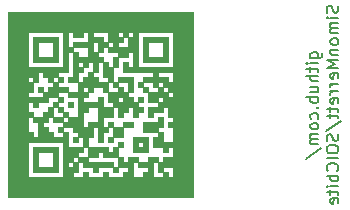
<source format=gbr>
G04 #@! TF.GenerationSoftware,KiCad,Pcbnew,5.0.2-bee76a0~70~ubuntu18.04.1*
G04 #@! TF.CreationDate,2019-08-02T17:52:02+01:00*
G04 #@! TF.ProjectId,UART_plain,55415254-5f70-46c6-9169-6e2e6b696361,rev?*
G04 #@! TF.SameCoordinates,Original*
G04 #@! TF.FileFunction,Legend,Bot*
G04 #@! TF.FilePolarity,Positive*
%FSLAX46Y46*%
G04 Gerber Fmt 4.6, Leading zero omitted, Abs format (unit mm)*
G04 Created by KiCad (PCBNEW 5.0.2-bee76a0~70~ubuntu18.04.1) date Fri 02 Aug 2019 17:52:02 BST*
%MOMM*%
%LPD*%
G01*
G04 APERTURE LIST*
%ADD10C,0.200000*%
%ADD11C,0.010000*%
G04 APERTURE END LIST*
D10*
X137935714Y-91823809D02*
X138745238Y-91823809D01*
X138840476Y-91776190D01*
X138888095Y-91728571D01*
X138935714Y-91633333D01*
X138935714Y-91490476D01*
X138888095Y-91395238D01*
X138554761Y-91823809D02*
X138602380Y-91728571D01*
X138602380Y-91538095D01*
X138554761Y-91442857D01*
X138507142Y-91395238D01*
X138411904Y-91347619D01*
X138126190Y-91347619D01*
X138030952Y-91395238D01*
X137983333Y-91442857D01*
X137935714Y-91538095D01*
X137935714Y-91728571D01*
X137983333Y-91823809D01*
X138602380Y-92300000D02*
X137935714Y-92300000D01*
X137602380Y-92300000D02*
X137650000Y-92252380D01*
X137697619Y-92300000D01*
X137650000Y-92347619D01*
X137602380Y-92300000D01*
X137697619Y-92300000D01*
X137935714Y-92633333D02*
X137935714Y-93014285D01*
X137602380Y-92776190D02*
X138459523Y-92776190D01*
X138554761Y-92823809D01*
X138602380Y-92919047D01*
X138602380Y-93014285D01*
X138602380Y-93347619D02*
X137602380Y-93347619D01*
X138602380Y-93776190D02*
X138078571Y-93776190D01*
X137983333Y-93728571D01*
X137935714Y-93633333D01*
X137935714Y-93490476D01*
X137983333Y-93395238D01*
X138030952Y-93347619D01*
X137935714Y-94680952D02*
X138602380Y-94680952D01*
X137935714Y-94252380D02*
X138459523Y-94252380D01*
X138554761Y-94300000D01*
X138602380Y-94395238D01*
X138602380Y-94538095D01*
X138554761Y-94633333D01*
X138507142Y-94680952D01*
X138602380Y-95157142D02*
X137602380Y-95157142D01*
X137983333Y-95157142D02*
X137935714Y-95252380D01*
X137935714Y-95442857D01*
X137983333Y-95538095D01*
X138030952Y-95585714D01*
X138126190Y-95633333D01*
X138411904Y-95633333D01*
X138507142Y-95585714D01*
X138554761Y-95538095D01*
X138602380Y-95442857D01*
X138602380Y-95252380D01*
X138554761Y-95157142D01*
X138507142Y-96061904D02*
X138554761Y-96109523D01*
X138602380Y-96061904D01*
X138554761Y-96014285D01*
X138507142Y-96061904D01*
X138602380Y-96061904D01*
X138554761Y-96966666D02*
X138602380Y-96871428D01*
X138602380Y-96680952D01*
X138554761Y-96585714D01*
X138507142Y-96538095D01*
X138411904Y-96490476D01*
X138126190Y-96490476D01*
X138030952Y-96538095D01*
X137983333Y-96585714D01*
X137935714Y-96680952D01*
X137935714Y-96871428D01*
X137983333Y-96966666D01*
X138602380Y-97538095D02*
X138554761Y-97442857D01*
X138507142Y-97395238D01*
X138411904Y-97347619D01*
X138126190Y-97347619D01*
X138030952Y-97395238D01*
X137983333Y-97442857D01*
X137935714Y-97538095D01*
X137935714Y-97680952D01*
X137983333Y-97776190D01*
X138030952Y-97823809D01*
X138126190Y-97871428D01*
X138411904Y-97871428D01*
X138507142Y-97823809D01*
X138554761Y-97776190D01*
X138602380Y-97680952D01*
X138602380Y-97538095D01*
X138602380Y-98300000D02*
X137935714Y-98300000D01*
X138030952Y-98300000D02*
X137983333Y-98347619D01*
X137935714Y-98442857D01*
X137935714Y-98585714D01*
X137983333Y-98680952D01*
X138078571Y-98728571D01*
X138602380Y-98728571D01*
X138078571Y-98728571D02*
X137983333Y-98776190D01*
X137935714Y-98871428D01*
X137935714Y-99014285D01*
X137983333Y-99109523D01*
X138078571Y-99157142D01*
X138602380Y-99157142D01*
X137554761Y-100347619D02*
X138840476Y-99490476D01*
X140254761Y-87419047D02*
X140302380Y-87561904D01*
X140302380Y-87800000D01*
X140254761Y-87895238D01*
X140207142Y-87942857D01*
X140111904Y-87990476D01*
X140016666Y-87990476D01*
X139921428Y-87942857D01*
X139873809Y-87895238D01*
X139826190Y-87800000D01*
X139778571Y-87609523D01*
X139730952Y-87514285D01*
X139683333Y-87466666D01*
X139588095Y-87419047D01*
X139492857Y-87419047D01*
X139397619Y-87466666D01*
X139350000Y-87514285D01*
X139302380Y-87609523D01*
X139302380Y-87847619D01*
X139350000Y-87990476D01*
X140302380Y-88419047D02*
X139635714Y-88419047D01*
X139302380Y-88419047D02*
X139350000Y-88371428D01*
X139397619Y-88419047D01*
X139350000Y-88466666D01*
X139302380Y-88419047D01*
X139397619Y-88419047D01*
X140302380Y-88895238D02*
X139635714Y-88895238D01*
X139730952Y-88895238D02*
X139683333Y-88942857D01*
X139635714Y-89038095D01*
X139635714Y-89180952D01*
X139683333Y-89276190D01*
X139778571Y-89323809D01*
X140302380Y-89323809D01*
X139778571Y-89323809D02*
X139683333Y-89371428D01*
X139635714Y-89466666D01*
X139635714Y-89609523D01*
X139683333Y-89704761D01*
X139778571Y-89752380D01*
X140302380Y-89752380D01*
X140302380Y-90371428D02*
X140254761Y-90276190D01*
X140207142Y-90228571D01*
X140111904Y-90180952D01*
X139826190Y-90180952D01*
X139730952Y-90228571D01*
X139683333Y-90276190D01*
X139635714Y-90371428D01*
X139635714Y-90514285D01*
X139683333Y-90609523D01*
X139730952Y-90657142D01*
X139826190Y-90704761D01*
X140111904Y-90704761D01*
X140207142Y-90657142D01*
X140254761Y-90609523D01*
X140302380Y-90514285D01*
X140302380Y-90371428D01*
X139635714Y-91133333D02*
X140302380Y-91133333D01*
X139730952Y-91133333D02*
X139683333Y-91180952D01*
X139635714Y-91276190D01*
X139635714Y-91419047D01*
X139683333Y-91514285D01*
X139778571Y-91561904D01*
X140302380Y-91561904D01*
X140302380Y-92038095D02*
X139302380Y-92038095D01*
X140016666Y-92371428D01*
X139302380Y-92704761D01*
X140302380Y-92704761D01*
X140254761Y-93561904D02*
X140302380Y-93466666D01*
X140302380Y-93276190D01*
X140254761Y-93180952D01*
X140159523Y-93133333D01*
X139778571Y-93133333D01*
X139683333Y-93180952D01*
X139635714Y-93276190D01*
X139635714Y-93466666D01*
X139683333Y-93561904D01*
X139778571Y-93609523D01*
X139873809Y-93609523D01*
X139969047Y-93133333D01*
X140302380Y-94038095D02*
X139635714Y-94038095D01*
X139826190Y-94038095D02*
X139730952Y-94085714D01*
X139683333Y-94133333D01*
X139635714Y-94228571D01*
X139635714Y-94323809D01*
X140302380Y-94657142D02*
X139635714Y-94657142D01*
X139826190Y-94657142D02*
X139730952Y-94704761D01*
X139683333Y-94752380D01*
X139635714Y-94847619D01*
X139635714Y-94942857D01*
X140254761Y-95657142D02*
X140302380Y-95561904D01*
X140302380Y-95371428D01*
X140254761Y-95276190D01*
X140159523Y-95228571D01*
X139778571Y-95228571D01*
X139683333Y-95276190D01*
X139635714Y-95371428D01*
X139635714Y-95561904D01*
X139683333Y-95657142D01*
X139778571Y-95704761D01*
X139873809Y-95704761D01*
X139969047Y-95228571D01*
X139635714Y-95990476D02*
X139635714Y-96371428D01*
X139302380Y-96133333D02*
X140159523Y-96133333D01*
X140254761Y-96180952D01*
X140302380Y-96276190D01*
X140302380Y-96371428D01*
X139635714Y-96561904D02*
X139635714Y-96942857D01*
X139302380Y-96704761D02*
X140159523Y-96704761D01*
X140254761Y-96752380D01*
X140302380Y-96847619D01*
X140302380Y-96942857D01*
X139254761Y-97990476D02*
X140540476Y-97133333D01*
X140254761Y-98276190D02*
X140302380Y-98419047D01*
X140302380Y-98657142D01*
X140254761Y-98752380D01*
X140207142Y-98800000D01*
X140111904Y-98847619D01*
X140016666Y-98847619D01*
X139921428Y-98800000D01*
X139873809Y-98752380D01*
X139826190Y-98657142D01*
X139778571Y-98466666D01*
X139730952Y-98371428D01*
X139683333Y-98323809D01*
X139588095Y-98276190D01*
X139492857Y-98276190D01*
X139397619Y-98323809D01*
X139350000Y-98371428D01*
X139302380Y-98466666D01*
X139302380Y-98704761D01*
X139350000Y-98847619D01*
X139302380Y-99466666D02*
X139302380Y-99657142D01*
X139350000Y-99752380D01*
X139445238Y-99847619D01*
X139635714Y-99895238D01*
X139969047Y-99895238D01*
X140159523Y-99847619D01*
X140254761Y-99752380D01*
X140302380Y-99657142D01*
X140302380Y-99466666D01*
X140254761Y-99371428D01*
X140159523Y-99276190D01*
X139969047Y-99228571D01*
X139635714Y-99228571D01*
X139445238Y-99276190D01*
X139350000Y-99371428D01*
X139302380Y-99466666D01*
X140302380Y-100323809D02*
X139302380Y-100323809D01*
X140207142Y-101371428D02*
X140254761Y-101323809D01*
X140302380Y-101180952D01*
X140302380Y-101085714D01*
X140254761Y-100942857D01*
X140159523Y-100847619D01*
X140064285Y-100800000D01*
X139873809Y-100752380D01*
X139730952Y-100752380D01*
X139540476Y-100800000D01*
X139445238Y-100847619D01*
X139350000Y-100942857D01*
X139302380Y-101085714D01*
X139302380Y-101180952D01*
X139350000Y-101323809D01*
X139397619Y-101371428D01*
X140302380Y-101800000D02*
X139302380Y-101800000D01*
X139683333Y-101800000D02*
X139635714Y-101895238D01*
X139635714Y-102085714D01*
X139683333Y-102180952D01*
X139730952Y-102228571D01*
X139826190Y-102276190D01*
X140111904Y-102276190D01*
X140207142Y-102228571D01*
X140254761Y-102180952D01*
X140302380Y-102085714D01*
X140302380Y-101895238D01*
X140254761Y-101800000D01*
X140302380Y-102704761D02*
X139635714Y-102704761D01*
X139302380Y-102704761D02*
X139350000Y-102657142D01*
X139397619Y-102704761D01*
X139350000Y-102752380D01*
X139302380Y-102704761D01*
X139397619Y-102704761D01*
X139635714Y-103038095D02*
X139635714Y-103419047D01*
X139302380Y-103180952D02*
X140159523Y-103180952D01*
X140254761Y-103228571D01*
X140302380Y-103323809D01*
X140302380Y-103419047D01*
X140254761Y-104133333D02*
X140302380Y-104038095D01*
X140302380Y-103847619D01*
X140254761Y-103752380D01*
X140159523Y-103704761D01*
X139778571Y-103704761D01*
X139683333Y-103752380D01*
X139635714Y-103847619D01*
X139635714Y-104038095D01*
X139683333Y-104133333D01*
X139778571Y-104180952D01*
X139873809Y-104180952D01*
X139969047Y-103704761D01*
D11*
G04 #@! TO.C,G\002A\002A\002A*
G36*
X116601667Y-101515000D02*
X116601667Y-99398334D01*
X114908334Y-99398334D01*
X114908334Y-99821667D01*
X116178334Y-99821667D01*
X116178334Y-101091667D01*
X114908334Y-101091667D01*
X114908334Y-99821667D01*
X114908334Y-99398334D01*
X114485000Y-99398334D01*
X114485000Y-101515000D01*
X116601667Y-101515000D01*
X116601667Y-101515000D01*
G37*
X116601667Y-101515000D02*
X116601667Y-99398334D01*
X114908334Y-99398334D01*
X114908334Y-99821667D01*
X116178334Y-99821667D01*
X116178334Y-101091667D01*
X114908334Y-101091667D01*
X114908334Y-99821667D01*
X114908334Y-99398334D01*
X114485000Y-99398334D01*
X114485000Y-101515000D01*
X116601667Y-101515000D01*
G36*
X116601667Y-92201667D02*
X116601667Y-90085000D01*
X114908334Y-90085000D01*
X114908334Y-90508334D01*
X116178334Y-90508334D01*
X116178334Y-91778334D01*
X114908334Y-91778334D01*
X114908334Y-90508334D01*
X114908334Y-90085000D01*
X114485000Y-90085000D01*
X114485000Y-92201667D01*
X116601667Y-92201667D01*
X116601667Y-92201667D01*
G37*
X116601667Y-92201667D02*
X116601667Y-90085000D01*
X114908334Y-90085000D01*
X114908334Y-90508334D01*
X116178334Y-90508334D01*
X116178334Y-91778334D01*
X114908334Y-91778334D01*
X114908334Y-90508334D01*
X114908334Y-90085000D01*
X114485000Y-90085000D01*
X114485000Y-92201667D01*
X116601667Y-92201667D01*
G36*
X115331667Y-94741667D02*
X115331667Y-94318334D01*
X114908334Y-94318334D01*
X114908334Y-94741667D01*
X115331667Y-94741667D01*
X115331667Y-94741667D01*
G37*
X115331667Y-94741667D02*
X115331667Y-94318334D01*
X114908334Y-94318334D01*
X114908334Y-94741667D01*
X115331667Y-94741667D01*
G36*
X117025000Y-93895000D02*
X117025000Y-93471667D01*
X116601667Y-93471667D01*
X116601667Y-93895000D01*
X117025000Y-93895000D01*
X117025000Y-93895000D01*
G37*
X117025000Y-93895000D02*
X117025000Y-93471667D01*
X116601667Y-93471667D01*
X116601667Y-93895000D01*
X117025000Y-93895000D01*
G36*
X117871667Y-96011667D02*
X117871667Y-95588334D01*
X117448334Y-95588334D01*
X117448334Y-96011667D01*
X117871667Y-96011667D01*
X117871667Y-96011667D01*
G37*
X117871667Y-96011667D02*
X117871667Y-95588334D01*
X117448334Y-95588334D01*
X117448334Y-96011667D01*
X117871667Y-96011667D01*
G36*
X117871667Y-97705000D02*
X117871667Y-98128334D01*
X118295000Y-98128334D01*
X118295000Y-98551667D01*
X118718334Y-98551667D01*
X118718334Y-99398334D01*
X119141667Y-99398334D01*
X119141667Y-98551667D01*
X119565000Y-98551667D01*
X119565000Y-97705000D01*
X119988334Y-97705000D01*
X119988334Y-98975000D01*
X120411667Y-98975000D01*
X120411667Y-98128334D01*
X120835000Y-98128334D01*
X120835000Y-97705000D01*
X120411667Y-97705000D01*
X120411667Y-96858334D01*
X121258334Y-96858334D01*
X121258334Y-96011667D01*
X121681667Y-96011667D01*
X121681667Y-96858334D01*
X122105000Y-96858334D01*
X122105000Y-96435000D01*
X122528334Y-96435000D01*
X122528334Y-96011667D01*
X122951667Y-96011667D01*
X122951667Y-96858334D01*
X123375000Y-96858334D01*
X123375000Y-96435000D01*
X123798334Y-96435000D01*
X123798334Y-96011667D01*
X123375000Y-96011667D01*
X123375000Y-95588334D01*
X122951667Y-95588334D01*
X122951667Y-95165000D01*
X122528334Y-95165000D01*
X122528334Y-94741667D01*
X122951667Y-94741667D01*
X122951667Y-93471667D01*
X121681667Y-93471667D01*
X121681667Y-93895000D01*
X122528334Y-93895000D01*
X122528334Y-94741667D01*
X122105000Y-94741667D01*
X122105000Y-94318334D01*
X121681667Y-94318334D01*
X121681667Y-93895000D01*
X121258334Y-93895000D01*
X121258334Y-94318334D01*
X121681667Y-94318334D01*
X121681667Y-94741667D01*
X121681667Y-95165000D01*
X122105000Y-95165000D01*
X122105000Y-95588334D01*
X121681667Y-95588334D01*
X121681667Y-95165000D01*
X121681667Y-94741667D01*
X120835000Y-94741667D01*
X120835000Y-93895000D01*
X119988334Y-93895000D01*
X119988334Y-93471667D01*
X119565000Y-93471667D01*
X119565000Y-94318334D01*
X120411667Y-94318334D01*
X120411667Y-94741667D01*
X120835000Y-94741667D01*
X120835000Y-95588334D01*
X121258334Y-95588334D01*
X121258334Y-96011667D01*
X120411667Y-96011667D01*
X120411667Y-95165000D01*
X119988334Y-95165000D01*
X119988334Y-95588334D01*
X119141667Y-95588334D01*
X119141667Y-96011667D01*
X119988334Y-96011667D01*
X119988334Y-97281667D01*
X119141667Y-97281667D01*
X119141667Y-97705000D01*
X118718334Y-97705000D01*
X118718334Y-96435000D01*
X119141667Y-96435000D01*
X119141667Y-96011667D01*
X119141667Y-95588334D01*
X118718334Y-95588334D01*
X118718334Y-95165000D01*
X119141667Y-95165000D01*
X119141667Y-94741667D01*
X119565000Y-94741667D01*
X119565000Y-94318334D01*
X119565000Y-93471667D01*
X119565000Y-93048334D01*
X119141667Y-93048334D01*
X119141667Y-93471667D01*
X118718334Y-93471667D01*
X118718334Y-93895000D01*
X118718334Y-94318334D01*
X119141667Y-94318334D01*
X119141667Y-94741667D01*
X118718334Y-94741667D01*
X118718334Y-94318334D01*
X118718334Y-93895000D01*
X118295000Y-93895000D01*
X118295000Y-94741667D01*
X117448334Y-94741667D01*
X117448334Y-95165000D01*
X118295000Y-95165000D01*
X118295000Y-96858334D01*
X117448334Y-96858334D01*
X117448334Y-96435000D01*
X117025000Y-96435000D01*
X117025000Y-96858334D01*
X117448334Y-96858334D01*
X117448334Y-97281667D01*
X117025000Y-97281667D01*
X117025000Y-96858334D01*
X116178334Y-96858334D01*
X116178334Y-97281667D01*
X117025000Y-97281667D01*
X117025000Y-97705000D01*
X117871667Y-97705000D01*
X117871667Y-97705000D01*
G37*
X117871667Y-97705000D02*
X117871667Y-98128334D01*
X118295000Y-98128334D01*
X118295000Y-98551667D01*
X118718334Y-98551667D01*
X118718334Y-99398334D01*
X119141667Y-99398334D01*
X119141667Y-98551667D01*
X119565000Y-98551667D01*
X119565000Y-97705000D01*
X119988334Y-97705000D01*
X119988334Y-98975000D01*
X120411667Y-98975000D01*
X120411667Y-98128334D01*
X120835000Y-98128334D01*
X120835000Y-97705000D01*
X120411667Y-97705000D01*
X120411667Y-96858334D01*
X121258334Y-96858334D01*
X121258334Y-96011667D01*
X121681667Y-96011667D01*
X121681667Y-96858334D01*
X122105000Y-96858334D01*
X122105000Y-96435000D01*
X122528334Y-96435000D01*
X122528334Y-96011667D01*
X122951667Y-96011667D01*
X122951667Y-96858334D01*
X123375000Y-96858334D01*
X123375000Y-96435000D01*
X123798334Y-96435000D01*
X123798334Y-96011667D01*
X123375000Y-96011667D01*
X123375000Y-95588334D01*
X122951667Y-95588334D01*
X122951667Y-95165000D01*
X122528334Y-95165000D01*
X122528334Y-94741667D01*
X122951667Y-94741667D01*
X122951667Y-93471667D01*
X121681667Y-93471667D01*
X121681667Y-93895000D01*
X122528334Y-93895000D01*
X122528334Y-94741667D01*
X122105000Y-94741667D01*
X122105000Y-94318334D01*
X121681667Y-94318334D01*
X121681667Y-93895000D01*
X121258334Y-93895000D01*
X121258334Y-94318334D01*
X121681667Y-94318334D01*
X121681667Y-94741667D01*
X121681667Y-95165000D01*
X122105000Y-95165000D01*
X122105000Y-95588334D01*
X121681667Y-95588334D01*
X121681667Y-95165000D01*
X121681667Y-94741667D01*
X120835000Y-94741667D01*
X120835000Y-93895000D01*
X119988334Y-93895000D01*
X119988334Y-93471667D01*
X119565000Y-93471667D01*
X119565000Y-94318334D01*
X120411667Y-94318334D01*
X120411667Y-94741667D01*
X120835000Y-94741667D01*
X120835000Y-95588334D01*
X121258334Y-95588334D01*
X121258334Y-96011667D01*
X120411667Y-96011667D01*
X120411667Y-95165000D01*
X119988334Y-95165000D01*
X119988334Y-95588334D01*
X119141667Y-95588334D01*
X119141667Y-96011667D01*
X119988334Y-96011667D01*
X119988334Y-97281667D01*
X119141667Y-97281667D01*
X119141667Y-97705000D01*
X118718334Y-97705000D01*
X118718334Y-96435000D01*
X119141667Y-96435000D01*
X119141667Y-96011667D01*
X119141667Y-95588334D01*
X118718334Y-95588334D01*
X118718334Y-95165000D01*
X119141667Y-95165000D01*
X119141667Y-94741667D01*
X119565000Y-94741667D01*
X119565000Y-94318334D01*
X119565000Y-93471667D01*
X119565000Y-93048334D01*
X119141667Y-93048334D01*
X119141667Y-93471667D01*
X118718334Y-93471667D01*
X118718334Y-93895000D01*
X118718334Y-94318334D01*
X119141667Y-94318334D01*
X119141667Y-94741667D01*
X118718334Y-94741667D01*
X118718334Y-94318334D01*
X118718334Y-93895000D01*
X118295000Y-93895000D01*
X118295000Y-94741667D01*
X117448334Y-94741667D01*
X117448334Y-95165000D01*
X118295000Y-95165000D01*
X118295000Y-96858334D01*
X117448334Y-96858334D01*
X117448334Y-96435000D01*
X117025000Y-96435000D01*
X117025000Y-96858334D01*
X117448334Y-96858334D01*
X117448334Y-97281667D01*
X117025000Y-97281667D01*
X117025000Y-96858334D01*
X116178334Y-96858334D01*
X116178334Y-97281667D01*
X117025000Y-97281667D01*
X117025000Y-97705000D01*
X117871667Y-97705000D01*
G36*
X121258334Y-100668334D02*
X119141667Y-100668334D01*
X119141667Y-100245000D01*
X118295000Y-100245000D01*
X118295000Y-100668334D01*
X118718334Y-100668334D01*
X118718334Y-101091667D01*
X119565000Y-101091667D01*
X119565000Y-101515000D01*
X119988334Y-101515000D01*
X119988334Y-101091667D01*
X121258334Y-101091667D01*
X121258334Y-100668334D01*
X121258334Y-100668334D01*
G37*
X121258334Y-100668334D02*
X119141667Y-100668334D01*
X119141667Y-100245000D01*
X118295000Y-100245000D01*
X118295000Y-100668334D01*
X118718334Y-100668334D01*
X118718334Y-101091667D01*
X119565000Y-101091667D01*
X119565000Y-101515000D01*
X119988334Y-101515000D01*
X119988334Y-101091667D01*
X121258334Y-101091667D01*
X121258334Y-100668334D01*
G36*
X119988334Y-100245000D02*
X119988334Y-99821667D01*
X120411667Y-99821667D01*
X120411667Y-100245000D01*
X121681667Y-100245000D01*
X121681667Y-99398334D01*
X121258334Y-99398334D01*
X121258334Y-99821667D01*
X120835000Y-99821667D01*
X120835000Y-99398334D01*
X119141667Y-99398334D01*
X119141667Y-100245000D01*
X119988334Y-100245000D01*
X119988334Y-100245000D01*
G37*
X119988334Y-100245000D02*
X119988334Y-99821667D01*
X120411667Y-99821667D01*
X120411667Y-100245000D01*
X121681667Y-100245000D01*
X121681667Y-99398334D01*
X121258334Y-99398334D01*
X121258334Y-99821667D01*
X120835000Y-99821667D01*
X120835000Y-99398334D01*
X119141667Y-99398334D01*
X119141667Y-100245000D01*
X119988334Y-100245000D01*
G36*
X116601667Y-97705000D02*
X116601667Y-98128334D01*
X117025000Y-98128334D01*
X117025000Y-97705000D01*
X116601667Y-97705000D01*
X116601667Y-97705000D01*
G37*
X116601667Y-97705000D02*
X116601667Y-98128334D01*
X117025000Y-98128334D01*
X117025000Y-97705000D01*
X116601667Y-97705000D01*
G36*
X122105000Y-98551667D02*
X122105000Y-97705000D01*
X121258334Y-97705000D01*
X121258334Y-98551667D01*
X122105000Y-98551667D01*
X122105000Y-98551667D01*
G37*
X122105000Y-98551667D02*
X122105000Y-97705000D01*
X121258334Y-97705000D01*
X121258334Y-98551667D01*
X122105000Y-98551667D01*
G36*
X121258334Y-101515000D02*
X121681667Y-101515000D01*
X121681667Y-101091667D01*
X121258334Y-101091667D01*
X121258334Y-101515000D01*
X121258334Y-101515000D01*
G37*
X121258334Y-101515000D02*
X121681667Y-101515000D01*
X121681667Y-101091667D01*
X121258334Y-101091667D01*
X121258334Y-101515000D01*
G36*
X117871667Y-98551667D02*
X117871667Y-98975000D01*
X118295000Y-98975000D01*
X118295000Y-98551667D01*
X117871667Y-98551667D01*
X117871667Y-98551667D01*
G37*
X117871667Y-98551667D02*
X117871667Y-98975000D01*
X118295000Y-98975000D01*
X118295000Y-98551667D01*
X117871667Y-98551667D01*
G36*
X120835000Y-98551667D02*
X120835000Y-98975000D01*
X121258334Y-98975000D01*
X121258334Y-98551667D01*
X120835000Y-98551667D01*
X120835000Y-98551667D01*
G37*
X120835000Y-98551667D02*
X120835000Y-98975000D01*
X121258334Y-98975000D01*
X121258334Y-98551667D01*
X120835000Y-98551667D01*
G36*
X121258334Y-97281667D02*
X120835000Y-97281667D01*
X120835000Y-97705000D01*
X121258334Y-97705000D01*
X121258334Y-97281667D01*
X121258334Y-97281667D01*
G37*
X121258334Y-97281667D02*
X120835000Y-97281667D01*
X120835000Y-97705000D01*
X121258334Y-97705000D01*
X121258334Y-97281667D01*
G36*
X122105000Y-99398334D02*
X122105000Y-98975000D01*
X121681667Y-98975000D01*
X121681667Y-99398334D01*
X122105000Y-99398334D01*
X122105000Y-99398334D01*
G37*
X122105000Y-99398334D02*
X122105000Y-98975000D01*
X121681667Y-98975000D01*
X121681667Y-99398334D01*
X122105000Y-99398334D01*
G36*
X122951667Y-97705000D02*
X122951667Y-97281667D01*
X122105000Y-97281667D01*
X122105000Y-97705000D01*
X122951667Y-97705000D01*
X122951667Y-97705000D01*
G37*
X122951667Y-97705000D02*
X122951667Y-97281667D01*
X122105000Y-97281667D01*
X122105000Y-97705000D01*
X122951667Y-97705000D01*
G36*
X123798334Y-95588334D02*
X123798334Y-95165000D01*
X123375000Y-95165000D01*
X123375000Y-95588334D01*
X123798334Y-95588334D01*
X123798334Y-95588334D01*
G37*
X123798334Y-95588334D02*
X123798334Y-95165000D01*
X123375000Y-95165000D01*
X123375000Y-95588334D01*
X123798334Y-95588334D01*
G36*
X120835000Y-92625000D02*
X120835000Y-92201667D01*
X120411667Y-92201667D01*
X120411667Y-93471667D01*
X120835000Y-93471667D01*
X120835000Y-93895000D01*
X121258334Y-93895000D01*
X121258334Y-92625000D01*
X120835000Y-92625000D01*
X120835000Y-92625000D01*
G37*
X120835000Y-92625000D02*
X120835000Y-92201667D01*
X120411667Y-92201667D01*
X120411667Y-93471667D01*
X120835000Y-93471667D01*
X120835000Y-93895000D01*
X121258334Y-93895000D01*
X121258334Y-92625000D01*
X120835000Y-92625000D01*
G36*
X116178334Y-95588334D02*
X116178334Y-96011667D01*
X116601667Y-96011667D01*
X116601667Y-95588334D01*
X116178334Y-95588334D01*
X116178334Y-95588334D01*
G37*
X116178334Y-95588334D02*
X116178334Y-96011667D01*
X116601667Y-96011667D01*
X116601667Y-95588334D01*
X116178334Y-95588334D01*
G36*
X121681667Y-92625000D02*
X121681667Y-91778334D01*
X121258334Y-91778334D01*
X121258334Y-92625000D01*
X121681667Y-92625000D01*
X121681667Y-92625000D01*
G37*
X121681667Y-92625000D02*
X121681667Y-91778334D01*
X121258334Y-91778334D01*
X121258334Y-92625000D01*
X121681667Y-92625000D01*
G36*
X117025000Y-95588334D02*
X117025000Y-95165000D01*
X116601667Y-95165000D01*
X116601667Y-95588334D01*
X117025000Y-95588334D01*
X117025000Y-95588334D01*
G37*
X117025000Y-95588334D02*
X117025000Y-95165000D01*
X116601667Y-95165000D01*
X116601667Y-95588334D01*
X117025000Y-95588334D01*
G36*
X117025000Y-96011667D02*
X116601667Y-96011667D01*
X116601667Y-96435000D01*
X117025000Y-96435000D01*
X117025000Y-96011667D01*
X117025000Y-96011667D01*
G37*
X117025000Y-96011667D02*
X116601667Y-96011667D01*
X116601667Y-96435000D01*
X117025000Y-96435000D01*
X117025000Y-96011667D01*
G36*
X124221667Y-99821667D02*
X124221667Y-98551667D01*
X123375000Y-98551667D01*
X123375000Y-98975000D01*
X123798334Y-98975000D01*
X123798334Y-99398334D01*
X123375000Y-99398334D01*
X123375000Y-98975000D01*
X123375000Y-98551667D01*
X122951667Y-98551667D01*
X122951667Y-99821667D01*
X124221667Y-99821667D01*
X124221667Y-99821667D01*
G37*
X124221667Y-99821667D02*
X124221667Y-98551667D01*
X123375000Y-98551667D01*
X123375000Y-98975000D01*
X123798334Y-98975000D01*
X123798334Y-99398334D01*
X123375000Y-99398334D01*
X123375000Y-98975000D01*
X123375000Y-98551667D01*
X122951667Y-98551667D01*
X122951667Y-99821667D01*
X124221667Y-99821667D01*
G36*
X123798334Y-93895000D02*
X123375000Y-93895000D01*
X123375000Y-94318334D01*
X123798334Y-94318334D01*
X123798334Y-93895000D01*
X123798334Y-93895000D01*
G37*
X123798334Y-93895000D02*
X123375000Y-93895000D01*
X123375000Y-94318334D01*
X123798334Y-94318334D01*
X123798334Y-93895000D01*
G36*
X123798334Y-94741667D02*
X124221667Y-94741667D01*
X124221667Y-94318334D01*
X123798334Y-94318334D01*
X123798334Y-94741667D01*
X123798334Y-94741667D01*
G37*
X123798334Y-94741667D02*
X124221667Y-94741667D01*
X124221667Y-94318334D01*
X123798334Y-94318334D01*
X123798334Y-94741667D01*
G36*
X125068334Y-98128334D02*
X125068334Y-97705000D01*
X125491667Y-97705000D01*
X125491667Y-96858334D01*
X125068334Y-96858334D01*
X125068334Y-97281667D01*
X123798334Y-97281667D01*
X123798334Y-98128334D01*
X125068334Y-98128334D01*
X125068334Y-98128334D01*
G37*
X125068334Y-98128334D02*
X125068334Y-97705000D01*
X125491667Y-97705000D01*
X125491667Y-96858334D01*
X125068334Y-96858334D01*
X125068334Y-97281667D01*
X123798334Y-97281667D01*
X123798334Y-98128334D01*
X125068334Y-98128334D01*
G36*
X125915000Y-92201667D02*
X125915000Y-90085000D01*
X124221667Y-90085000D01*
X124221667Y-90508334D01*
X125491667Y-90508334D01*
X125491667Y-91778334D01*
X124221667Y-91778334D01*
X124221667Y-90508334D01*
X124221667Y-90085000D01*
X123798334Y-90085000D01*
X123798334Y-92201667D01*
X125915000Y-92201667D01*
X125915000Y-92201667D01*
G37*
X125915000Y-92201667D02*
X125915000Y-90085000D01*
X124221667Y-90085000D01*
X124221667Y-90508334D01*
X125491667Y-90508334D01*
X125491667Y-91778334D01*
X124221667Y-91778334D01*
X124221667Y-90508334D01*
X124221667Y-90085000D01*
X123798334Y-90085000D01*
X123798334Y-92201667D01*
X125915000Y-92201667D01*
G36*
X128031667Y-103631667D02*
X128031667Y-87968334D01*
X123375000Y-87968334D01*
X123375000Y-89661667D01*
X126338334Y-89661667D01*
X126338334Y-92625000D01*
X125068334Y-92625000D01*
X125068334Y-93048334D01*
X126338334Y-93048334D01*
X126338334Y-93895000D01*
X126338334Y-94741667D01*
X126338334Y-95165000D01*
X125915000Y-95165000D01*
X125915000Y-94741667D01*
X126338334Y-94741667D01*
X126338334Y-93895000D01*
X125915000Y-93895000D01*
X125915000Y-93471667D01*
X125068334Y-93471667D01*
X125068334Y-93895000D01*
X125491667Y-93895000D01*
X125491667Y-94318334D01*
X125915000Y-94318334D01*
X125915000Y-94741667D01*
X125491667Y-94741667D01*
X125491667Y-94318334D01*
X125068334Y-94318334D01*
X125068334Y-93895000D01*
X125068334Y-93471667D01*
X125068334Y-93048334D01*
X125068334Y-92625000D01*
X123375000Y-92625000D01*
X123375000Y-89661667D01*
X123375000Y-87968334D01*
X122528334Y-87968334D01*
X122528334Y-89661667D01*
X122951667Y-89661667D01*
X122951667Y-90085000D01*
X122528334Y-90085000D01*
X122528334Y-89661667D01*
X122528334Y-87968334D01*
X121681667Y-87968334D01*
X121681667Y-89661667D01*
X122105000Y-89661667D01*
X122105000Y-90085000D01*
X122528334Y-90085000D01*
X122528334Y-90931667D01*
X121681667Y-90931667D01*
X121681667Y-90508334D01*
X122105000Y-90508334D01*
X122105000Y-90085000D01*
X121681667Y-90085000D01*
X121681667Y-89661667D01*
X121681667Y-87968334D01*
X121258334Y-87968334D01*
X121258334Y-90508334D01*
X121258334Y-90931667D01*
X120835000Y-90931667D01*
X120835000Y-90508334D01*
X121258334Y-90508334D01*
X121258334Y-87968334D01*
X119565000Y-87968334D01*
X119565000Y-89661667D01*
X120835000Y-89661667D01*
X120835000Y-90508334D01*
X120411667Y-90508334D01*
X120411667Y-90931667D01*
X120835000Y-90931667D01*
X120835000Y-91355000D01*
X121681667Y-91355000D01*
X121681667Y-91778334D01*
X122528334Y-91778334D01*
X122528334Y-91355000D01*
X122951667Y-91355000D01*
X122951667Y-92625000D01*
X122528334Y-92625000D01*
X122528334Y-92201667D01*
X122105000Y-92201667D01*
X122105000Y-93048334D01*
X124645000Y-93048334D01*
X124645000Y-93471667D01*
X123798334Y-93471667D01*
X123798334Y-93895000D01*
X124645000Y-93895000D01*
X124645000Y-94318334D01*
X125068334Y-94318334D01*
X125068334Y-94741667D01*
X125068334Y-95165000D01*
X125491667Y-95165000D01*
X125491667Y-95588334D01*
X125068334Y-95588334D01*
X125068334Y-95165000D01*
X125068334Y-94741667D01*
X124221667Y-94741667D01*
X124221667Y-95588334D01*
X125068334Y-95588334D01*
X125068334Y-96011667D01*
X124221667Y-96011667D01*
X124221667Y-96858334D01*
X124645000Y-96858334D01*
X124645000Y-96435000D01*
X125491667Y-96435000D01*
X125491667Y-96011667D01*
X125915000Y-96011667D01*
X125915000Y-96858334D01*
X126338334Y-96858334D01*
X126338334Y-97281667D01*
X125915000Y-97281667D01*
X125915000Y-97705000D01*
X126338334Y-97705000D01*
X126338334Y-98975000D01*
X125491667Y-98975000D01*
X125491667Y-98128334D01*
X125068334Y-98128334D01*
X125068334Y-98551667D01*
X124645000Y-98551667D01*
X124645000Y-99398334D01*
X125491667Y-99398334D01*
X125491667Y-99821667D01*
X125915000Y-99821667D01*
X125915000Y-99398334D01*
X126338334Y-99398334D01*
X126338334Y-100245000D01*
X125491667Y-100245000D01*
X125491667Y-100668334D01*
X125491667Y-101091667D01*
X126338334Y-101091667D01*
X126338334Y-101938334D01*
X125915000Y-101938334D01*
X125915000Y-101515000D01*
X125491667Y-101515000D01*
X125491667Y-101091667D01*
X125491667Y-100668334D01*
X125068334Y-100668334D01*
X125068334Y-100245000D01*
X124645000Y-100245000D01*
X124645000Y-100668334D01*
X125068334Y-100668334D01*
X125068334Y-101515000D01*
X125491667Y-101515000D01*
X125491667Y-101938334D01*
X124645000Y-101938334D01*
X124645000Y-100668334D01*
X124645000Y-100245000D01*
X124221667Y-100245000D01*
X124221667Y-100668334D01*
X123375000Y-100668334D01*
X123375000Y-100245000D01*
X122951667Y-100245000D01*
X122951667Y-100668334D01*
X123375000Y-100668334D01*
X123375000Y-101091667D01*
X124221667Y-101091667D01*
X124221667Y-101515000D01*
X123798334Y-101515000D01*
X123798334Y-101938334D01*
X122951667Y-101938334D01*
X122951667Y-100668334D01*
X122951667Y-100245000D01*
X122528334Y-100245000D01*
X122528334Y-100668334D01*
X122105000Y-100668334D01*
X122105000Y-100245000D01*
X121681667Y-100245000D01*
X121681667Y-101091667D01*
X122528334Y-101091667D01*
X122528334Y-101515000D01*
X122105000Y-101515000D01*
X122105000Y-101938334D01*
X120835000Y-101938334D01*
X120835000Y-101515000D01*
X120411667Y-101515000D01*
X120411667Y-101938334D01*
X119141667Y-101938334D01*
X119141667Y-101515000D01*
X118718334Y-101515000D01*
X118718334Y-101938334D01*
X117871667Y-101938334D01*
X117871667Y-101515000D01*
X118295000Y-101515000D01*
X118295000Y-100668334D01*
X117871667Y-100668334D01*
X117871667Y-100245000D01*
X118295000Y-100245000D01*
X118295000Y-99821667D01*
X118718334Y-99821667D01*
X118718334Y-99398334D01*
X117448334Y-99398334D01*
X117448334Y-100668334D01*
X117871667Y-100668334D01*
X117871667Y-101091667D01*
X117448334Y-101091667D01*
X117448334Y-100668334D01*
X117448334Y-99398334D01*
X117448334Y-98128334D01*
X117025000Y-98128334D01*
X117025000Y-98551667D01*
X116178334Y-98551667D01*
X116178334Y-98128334D01*
X115755000Y-98128334D01*
X115755000Y-97705000D01*
X115331667Y-97705000D01*
X115331667Y-97281667D01*
X115755000Y-97281667D01*
X115755000Y-96858334D01*
X116178334Y-96858334D01*
X116178334Y-96011667D01*
X115755000Y-96011667D01*
X115755000Y-96435000D01*
X115331667Y-96435000D01*
X115331667Y-96858334D01*
X114485000Y-96858334D01*
X114485000Y-96435000D01*
X114061667Y-96435000D01*
X114061667Y-96858334D01*
X114485000Y-96858334D01*
X114485000Y-97281667D01*
X114908334Y-97281667D01*
X114908334Y-98551667D01*
X114485000Y-98551667D01*
X114485000Y-98128334D01*
X114061667Y-98128334D01*
X114061667Y-98975000D01*
X117025000Y-98975000D01*
X117025000Y-101938334D01*
X114061667Y-101938334D01*
X114061667Y-98975000D01*
X114061667Y-98128334D01*
X114061667Y-96858334D01*
X114061667Y-96435000D01*
X114061667Y-95588334D01*
X114485000Y-95588334D01*
X114485000Y-96011667D01*
X114908334Y-96011667D01*
X114908334Y-95588334D01*
X115755000Y-95588334D01*
X115755000Y-95165000D01*
X116601667Y-95165000D01*
X116601667Y-94741667D01*
X117448334Y-94741667D01*
X117448334Y-94318334D01*
X116601667Y-94318334D01*
X116601667Y-93895000D01*
X116178334Y-93895000D01*
X116178334Y-93471667D01*
X116601667Y-93471667D01*
X116601667Y-93048334D01*
X117448334Y-93048334D01*
X117448334Y-91355000D01*
X117871667Y-91355000D01*
X117871667Y-93471667D01*
X117448334Y-93471667D01*
X117448334Y-93895000D01*
X118295000Y-93895000D01*
X118295000Y-93048334D01*
X118718334Y-93048334D01*
X118718334Y-92625000D01*
X119141667Y-92625000D01*
X119141667Y-92201667D01*
X119565000Y-92201667D01*
X119565000Y-93048334D01*
X119988334Y-93048334D01*
X119988334Y-92201667D01*
X120411667Y-92201667D01*
X120411667Y-91778334D01*
X119988334Y-91778334D01*
X119988334Y-91355000D01*
X120411667Y-91355000D01*
X120411667Y-90931667D01*
X120411667Y-90508334D01*
X120411667Y-90085000D01*
X119565000Y-90085000D01*
X119565000Y-90508334D01*
X119988334Y-90508334D01*
X119988334Y-91355000D01*
X119565000Y-91355000D01*
X119565000Y-90508334D01*
X119565000Y-90085000D01*
X119565000Y-89661667D01*
X119565000Y-87968334D01*
X117448334Y-87968334D01*
X117448334Y-89661667D01*
X117871667Y-89661667D01*
X117871667Y-90085000D01*
X118718334Y-90085000D01*
X118718334Y-89661667D01*
X119141667Y-89661667D01*
X119141667Y-90508334D01*
X119141667Y-90931667D01*
X119141667Y-91778334D01*
X118295000Y-91778334D01*
X118295000Y-92201667D01*
X118718334Y-92201667D01*
X118718334Y-92625000D01*
X118295000Y-92625000D01*
X118295000Y-92201667D01*
X118295000Y-91778334D01*
X118295000Y-91355000D01*
X117871667Y-91355000D01*
X117871667Y-90931667D01*
X119141667Y-90931667D01*
X119141667Y-90508334D01*
X117871667Y-90508334D01*
X117871667Y-90931667D01*
X117448334Y-90931667D01*
X117448334Y-89661667D01*
X117448334Y-87968334D01*
X114061667Y-87968334D01*
X114061667Y-89661667D01*
X117025000Y-89661667D01*
X117025000Y-92625000D01*
X114908334Y-92625000D01*
X114908334Y-93048334D01*
X115331667Y-93048334D01*
X115331667Y-93471667D01*
X115755000Y-93471667D01*
X115755000Y-93895000D01*
X116178334Y-93895000D01*
X116178334Y-94318334D01*
X115755000Y-94318334D01*
X115755000Y-94741667D01*
X115331667Y-94741667D01*
X115331667Y-95165000D01*
X114061667Y-95165000D01*
X114061667Y-94741667D01*
X114485000Y-94741667D01*
X114485000Y-93895000D01*
X114908334Y-93895000D01*
X114908334Y-93048334D01*
X114908334Y-92625000D01*
X114061667Y-92625000D01*
X114061667Y-93471667D01*
X114485000Y-93471667D01*
X114485000Y-93895000D01*
X114061667Y-93895000D01*
X114061667Y-93471667D01*
X114061667Y-92625000D01*
X114061667Y-89661667D01*
X114061667Y-87968334D01*
X112368334Y-87968334D01*
X112368334Y-103631667D01*
X128031667Y-103631667D01*
X128031667Y-103631667D01*
G37*
X128031667Y-103631667D02*
X128031667Y-87968334D01*
X123375000Y-87968334D01*
X123375000Y-89661667D01*
X126338334Y-89661667D01*
X126338334Y-92625000D01*
X125068334Y-92625000D01*
X125068334Y-93048334D01*
X126338334Y-93048334D01*
X126338334Y-93895000D01*
X126338334Y-94741667D01*
X126338334Y-95165000D01*
X125915000Y-95165000D01*
X125915000Y-94741667D01*
X126338334Y-94741667D01*
X126338334Y-93895000D01*
X125915000Y-93895000D01*
X125915000Y-93471667D01*
X125068334Y-93471667D01*
X125068334Y-93895000D01*
X125491667Y-93895000D01*
X125491667Y-94318334D01*
X125915000Y-94318334D01*
X125915000Y-94741667D01*
X125491667Y-94741667D01*
X125491667Y-94318334D01*
X125068334Y-94318334D01*
X125068334Y-93895000D01*
X125068334Y-93471667D01*
X125068334Y-93048334D01*
X125068334Y-92625000D01*
X123375000Y-92625000D01*
X123375000Y-89661667D01*
X123375000Y-87968334D01*
X122528334Y-87968334D01*
X122528334Y-89661667D01*
X122951667Y-89661667D01*
X122951667Y-90085000D01*
X122528334Y-90085000D01*
X122528334Y-89661667D01*
X122528334Y-87968334D01*
X121681667Y-87968334D01*
X121681667Y-89661667D01*
X122105000Y-89661667D01*
X122105000Y-90085000D01*
X122528334Y-90085000D01*
X122528334Y-90931667D01*
X121681667Y-90931667D01*
X121681667Y-90508334D01*
X122105000Y-90508334D01*
X122105000Y-90085000D01*
X121681667Y-90085000D01*
X121681667Y-89661667D01*
X121681667Y-87968334D01*
X121258334Y-87968334D01*
X121258334Y-90508334D01*
X121258334Y-90931667D01*
X120835000Y-90931667D01*
X120835000Y-90508334D01*
X121258334Y-90508334D01*
X121258334Y-87968334D01*
X119565000Y-87968334D01*
X119565000Y-89661667D01*
X120835000Y-89661667D01*
X120835000Y-90508334D01*
X120411667Y-90508334D01*
X120411667Y-90931667D01*
X120835000Y-90931667D01*
X120835000Y-91355000D01*
X121681667Y-91355000D01*
X121681667Y-91778334D01*
X122528334Y-91778334D01*
X122528334Y-91355000D01*
X122951667Y-91355000D01*
X122951667Y-92625000D01*
X122528334Y-92625000D01*
X122528334Y-92201667D01*
X122105000Y-92201667D01*
X122105000Y-93048334D01*
X124645000Y-93048334D01*
X124645000Y-93471667D01*
X123798334Y-93471667D01*
X123798334Y-93895000D01*
X124645000Y-93895000D01*
X124645000Y-94318334D01*
X125068334Y-94318334D01*
X125068334Y-94741667D01*
X125068334Y-95165000D01*
X125491667Y-95165000D01*
X125491667Y-95588334D01*
X125068334Y-95588334D01*
X125068334Y-95165000D01*
X125068334Y-94741667D01*
X124221667Y-94741667D01*
X124221667Y-95588334D01*
X125068334Y-95588334D01*
X125068334Y-96011667D01*
X124221667Y-96011667D01*
X124221667Y-96858334D01*
X124645000Y-96858334D01*
X124645000Y-96435000D01*
X125491667Y-96435000D01*
X125491667Y-96011667D01*
X125915000Y-96011667D01*
X125915000Y-96858334D01*
X126338334Y-96858334D01*
X126338334Y-97281667D01*
X125915000Y-97281667D01*
X125915000Y-97705000D01*
X126338334Y-97705000D01*
X126338334Y-98975000D01*
X125491667Y-98975000D01*
X125491667Y-98128334D01*
X125068334Y-98128334D01*
X125068334Y-98551667D01*
X124645000Y-98551667D01*
X124645000Y-99398334D01*
X125491667Y-99398334D01*
X125491667Y-99821667D01*
X125915000Y-99821667D01*
X125915000Y-99398334D01*
X126338334Y-99398334D01*
X126338334Y-100245000D01*
X125491667Y-100245000D01*
X125491667Y-100668334D01*
X125491667Y-101091667D01*
X126338334Y-101091667D01*
X126338334Y-101938334D01*
X125915000Y-101938334D01*
X125915000Y-101515000D01*
X125491667Y-101515000D01*
X125491667Y-101091667D01*
X125491667Y-100668334D01*
X125068334Y-100668334D01*
X125068334Y-100245000D01*
X124645000Y-100245000D01*
X124645000Y-100668334D01*
X125068334Y-100668334D01*
X125068334Y-101515000D01*
X125491667Y-101515000D01*
X125491667Y-101938334D01*
X124645000Y-101938334D01*
X124645000Y-100668334D01*
X124645000Y-100245000D01*
X124221667Y-100245000D01*
X124221667Y-100668334D01*
X123375000Y-100668334D01*
X123375000Y-100245000D01*
X122951667Y-100245000D01*
X122951667Y-100668334D01*
X123375000Y-100668334D01*
X123375000Y-101091667D01*
X124221667Y-101091667D01*
X124221667Y-101515000D01*
X123798334Y-101515000D01*
X123798334Y-101938334D01*
X122951667Y-101938334D01*
X122951667Y-100668334D01*
X122951667Y-100245000D01*
X122528334Y-100245000D01*
X122528334Y-100668334D01*
X122105000Y-100668334D01*
X122105000Y-100245000D01*
X121681667Y-100245000D01*
X121681667Y-101091667D01*
X122528334Y-101091667D01*
X122528334Y-101515000D01*
X122105000Y-101515000D01*
X122105000Y-101938334D01*
X120835000Y-101938334D01*
X120835000Y-101515000D01*
X120411667Y-101515000D01*
X120411667Y-101938334D01*
X119141667Y-101938334D01*
X119141667Y-101515000D01*
X118718334Y-101515000D01*
X118718334Y-101938334D01*
X117871667Y-101938334D01*
X117871667Y-101515000D01*
X118295000Y-101515000D01*
X118295000Y-100668334D01*
X117871667Y-100668334D01*
X117871667Y-100245000D01*
X118295000Y-100245000D01*
X118295000Y-99821667D01*
X118718334Y-99821667D01*
X118718334Y-99398334D01*
X117448334Y-99398334D01*
X117448334Y-100668334D01*
X117871667Y-100668334D01*
X117871667Y-101091667D01*
X117448334Y-101091667D01*
X117448334Y-100668334D01*
X117448334Y-99398334D01*
X117448334Y-98128334D01*
X117025000Y-98128334D01*
X117025000Y-98551667D01*
X116178334Y-98551667D01*
X116178334Y-98128334D01*
X115755000Y-98128334D01*
X115755000Y-97705000D01*
X115331667Y-97705000D01*
X115331667Y-97281667D01*
X115755000Y-97281667D01*
X115755000Y-96858334D01*
X116178334Y-96858334D01*
X116178334Y-96011667D01*
X115755000Y-96011667D01*
X115755000Y-96435000D01*
X115331667Y-96435000D01*
X115331667Y-96858334D01*
X114485000Y-96858334D01*
X114485000Y-96435000D01*
X114061667Y-96435000D01*
X114061667Y-96858334D01*
X114485000Y-96858334D01*
X114485000Y-97281667D01*
X114908334Y-97281667D01*
X114908334Y-98551667D01*
X114485000Y-98551667D01*
X114485000Y-98128334D01*
X114061667Y-98128334D01*
X114061667Y-98975000D01*
X117025000Y-98975000D01*
X117025000Y-101938334D01*
X114061667Y-101938334D01*
X114061667Y-98975000D01*
X114061667Y-98128334D01*
X114061667Y-96858334D01*
X114061667Y-96435000D01*
X114061667Y-95588334D01*
X114485000Y-95588334D01*
X114485000Y-96011667D01*
X114908334Y-96011667D01*
X114908334Y-95588334D01*
X115755000Y-95588334D01*
X115755000Y-95165000D01*
X116601667Y-95165000D01*
X116601667Y-94741667D01*
X117448334Y-94741667D01*
X117448334Y-94318334D01*
X116601667Y-94318334D01*
X116601667Y-93895000D01*
X116178334Y-93895000D01*
X116178334Y-93471667D01*
X116601667Y-93471667D01*
X116601667Y-93048334D01*
X117448334Y-93048334D01*
X117448334Y-91355000D01*
X117871667Y-91355000D01*
X117871667Y-93471667D01*
X117448334Y-93471667D01*
X117448334Y-93895000D01*
X118295000Y-93895000D01*
X118295000Y-93048334D01*
X118718334Y-93048334D01*
X118718334Y-92625000D01*
X119141667Y-92625000D01*
X119141667Y-92201667D01*
X119565000Y-92201667D01*
X119565000Y-93048334D01*
X119988334Y-93048334D01*
X119988334Y-92201667D01*
X120411667Y-92201667D01*
X120411667Y-91778334D01*
X119988334Y-91778334D01*
X119988334Y-91355000D01*
X120411667Y-91355000D01*
X120411667Y-90931667D01*
X120411667Y-90508334D01*
X120411667Y-90085000D01*
X119565000Y-90085000D01*
X119565000Y-90508334D01*
X119988334Y-90508334D01*
X119988334Y-91355000D01*
X119565000Y-91355000D01*
X119565000Y-90508334D01*
X119565000Y-90085000D01*
X119565000Y-89661667D01*
X119565000Y-87968334D01*
X117448334Y-87968334D01*
X117448334Y-89661667D01*
X117871667Y-89661667D01*
X117871667Y-90085000D01*
X118718334Y-90085000D01*
X118718334Y-89661667D01*
X119141667Y-89661667D01*
X119141667Y-90508334D01*
X119141667Y-90931667D01*
X119141667Y-91778334D01*
X118295000Y-91778334D01*
X118295000Y-92201667D01*
X118718334Y-92201667D01*
X118718334Y-92625000D01*
X118295000Y-92625000D01*
X118295000Y-92201667D01*
X118295000Y-91778334D01*
X118295000Y-91355000D01*
X117871667Y-91355000D01*
X117871667Y-90931667D01*
X119141667Y-90931667D01*
X119141667Y-90508334D01*
X117871667Y-90508334D01*
X117871667Y-90931667D01*
X117448334Y-90931667D01*
X117448334Y-89661667D01*
X117448334Y-87968334D01*
X114061667Y-87968334D01*
X114061667Y-89661667D01*
X117025000Y-89661667D01*
X117025000Y-92625000D01*
X114908334Y-92625000D01*
X114908334Y-93048334D01*
X115331667Y-93048334D01*
X115331667Y-93471667D01*
X115755000Y-93471667D01*
X115755000Y-93895000D01*
X116178334Y-93895000D01*
X116178334Y-94318334D01*
X115755000Y-94318334D01*
X115755000Y-94741667D01*
X115331667Y-94741667D01*
X115331667Y-95165000D01*
X114061667Y-95165000D01*
X114061667Y-94741667D01*
X114485000Y-94741667D01*
X114485000Y-93895000D01*
X114908334Y-93895000D01*
X114908334Y-93048334D01*
X114908334Y-92625000D01*
X114061667Y-92625000D01*
X114061667Y-93471667D01*
X114485000Y-93471667D01*
X114485000Y-93895000D01*
X114061667Y-93895000D01*
X114061667Y-93471667D01*
X114061667Y-92625000D01*
X114061667Y-89661667D01*
X114061667Y-87968334D01*
X112368334Y-87968334D01*
X112368334Y-103631667D01*
X128031667Y-103631667D01*
G04 #@! TD*
M02*

</source>
